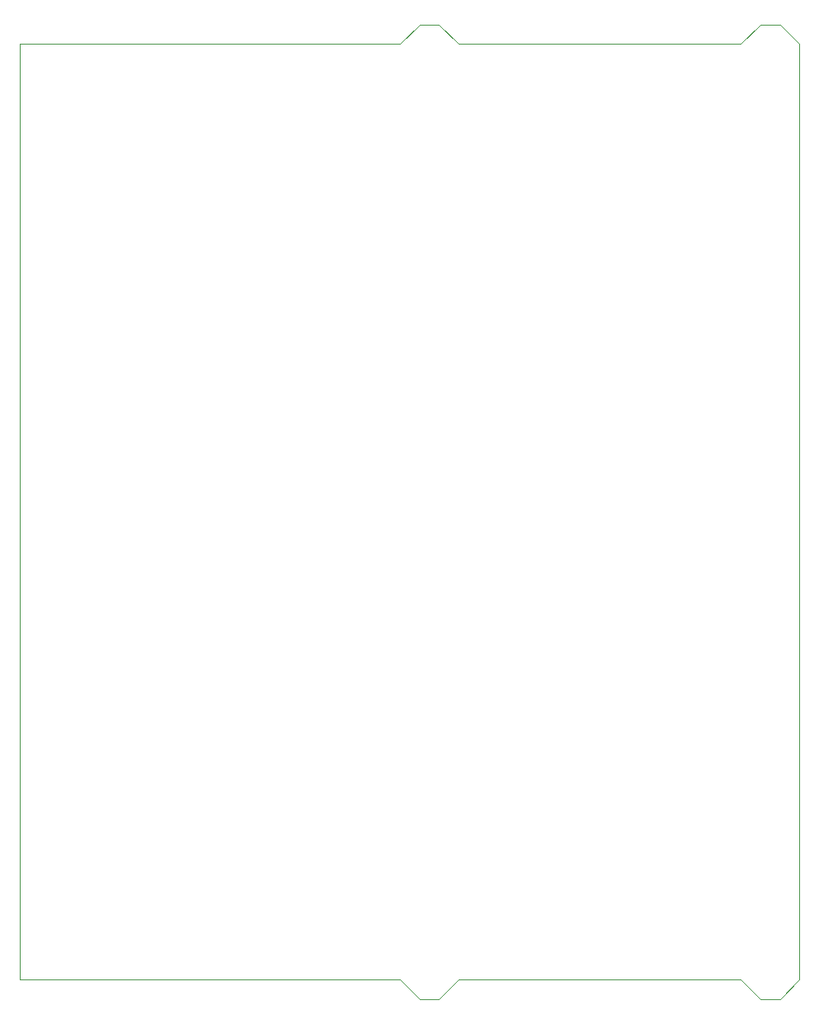
<source format=gbr>
G04 #@! TF.FileFunction,Profile,NP*
%FSLAX46Y46*%
G04 Gerber Fmt 4.6, Leading zero omitted, Abs format (unit mm)*
G04 Created by KiCad (PCBNEW 4.0.7) date 01/01/18 23:45:37*
%MOMM*%
%LPD*%
G01*
G04 APERTURE LIST*
%ADD10C,0.100000*%
G04 APERTURE END LIST*
D10*
X41000000Y-98000000D02*
X43000000Y-98000000D01*
X80000000Y0D02*
X80000000Y-96000000D01*
X78000000Y2000000D02*
X80000000Y0D01*
X76000000Y2000000D02*
X78000000Y2000000D01*
X74000000Y0D02*
X76000000Y2000000D01*
X45000000Y0D02*
X74000000Y0D01*
X43000000Y2000000D02*
X45000000Y0D01*
X41000000Y2000000D02*
X43000000Y2000000D01*
X78000000Y-98000000D02*
X80000000Y-96000000D01*
X76000000Y-98000000D02*
X78000000Y-98000000D01*
X74000000Y-96000000D02*
X76000000Y-98000000D01*
X45000000Y-96000000D02*
X74000000Y-96000000D01*
X43000000Y-98000000D02*
X45000000Y-96000000D01*
X39000000Y-96000000D02*
X41000000Y-98000000D01*
X39000000Y0D02*
X41000000Y2000000D01*
X39000000Y-96000000D02*
X0Y-96000000D01*
X39000000Y0D02*
X0Y0D01*
X0Y0D02*
X0Y-96000000D01*
M02*

</source>
